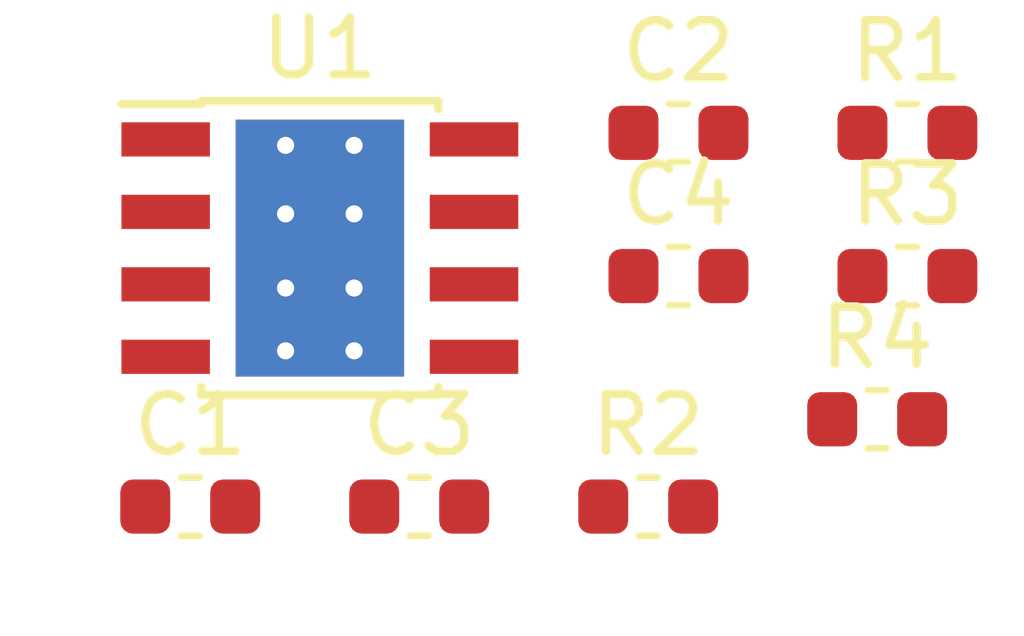
<source format=kicad_pcb>
(kicad_pcb (version 20171130) (host pcbnew "(5.1.0)-1")

  (general
    (thickness 1.6)
    (drawings 0)
    (tracks 0)
    (zones 0)
    (modules 9)
    (nets 11)
  )

  (page A4)
  (layers
    (0 F.Cu signal)
    (31 B.Cu signal)
    (32 B.Adhes user)
    (33 F.Adhes user)
    (34 B.Paste user)
    (35 F.Paste user)
    (36 B.SilkS user)
    (37 F.SilkS user)
    (38 B.Mask user)
    (39 F.Mask user)
    (40 Dwgs.User user)
    (41 Cmts.User user)
    (42 Eco1.User user)
    (43 Eco2.User user)
    (44 Edge.Cuts user)
    (45 Margin user)
    (46 B.CrtYd user)
    (47 F.CrtYd user)
    (48 B.Fab user)
    (49 F.Fab user)
  )

  (setup
    (last_trace_width 0.25)
    (trace_clearance 0.2)
    (zone_clearance 0.508)
    (zone_45_only no)
    (trace_min 0.2)
    (via_size 0.8)
    (via_drill 0.4)
    (via_min_size 0.4)
    (via_min_drill 0.3)
    (uvia_size 0.3)
    (uvia_drill 0.1)
    (uvias_allowed no)
    (uvia_min_size 0.2)
    (uvia_min_drill 0.1)
    (edge_width 0.1)
    (segment_width 0.2)
    (pcb_text_width 0.3)
    (pcb_text_size 1.5 1.5)
    (mod_edge_width 0.15)
    (mod_text_size 1 1)
    (mod_text_width 0.15)
    (pad_size 1.524 1.524)
    (pad_drill 0.762)
    (pad_to_mask_clearance 0)
    (aux_axis_origin 0 0)
    (visible_elements FFFFFF7F)
    (pcbplotparams
      (layerselection 0x010fc_ffffffff)
      (usegerberextensions false)
      (usegerberattributes false)
      (usegerberadvancedattributes false)
      (creategerberjobfile false)
      (excludeedgelayer true)
      (linewidth 0.100000)
      (plotframeref false)
      (viasonmask false)
      (mode 1)
      (useauxorigin false)
      (hpglpennumber 1)
      (hpglpenspeed 20)
      (hpglpendiameter 15.000000)
      (psnegative false)
      (psa4output false)
      (plotreference true)
      (plotvalue true)
      (plotinvisibletext false)
      (padsonsilk false)
      (subtractmaskfromsilk false)
      (outputformat 1)
      (mirror false)
      (drillshape 1)
      (scaleselection 1)
      (outputdirectory ""))
  )

  (net 0 "")
  (net 1 "Net-(C1-Pad1)")
  (net 2 /INPUT_COM)
  (net 3 VSS)
  (net 4 VDD)
  (net 5 "Net-(C4-Pad2)")
  (net 6 /OUTPUT)
  (net 7 /INPUT)
  (net 8 "Net-(R3-Pad1)")
  (net 9 GND)
  (net 10 "Net-(U1-Pad5)")

  (net_class Default "This is the default net class."
    (clearance 0.2)
    (trace_width 0.25)
    (via_dia 0.8)
    (via_drill 0.4)
    (uvia_dia 0.3)
    (uvia_drill 0.1)
    (add_net /INPUT)
    (add_net /INPUT_COM)
    (add_net /OUTPUT)
    (add_net GND)
    (add_net "Net-(C1-Pad1)")
    (add_net "Net-(C4-Pad2)")
    (add_net "Net-(R3-Pad1)")
    (add_net "Net-(U1-Pad5)")
    (add_net VDD)
    (add_net VSS)
  )

  (module Capacitor_SMD:C_0603_1608Metric (layer F.Cu) (tedit 5B301BBE) (tstamp 5C9CDBC9)
    (at -232.174999 -90.484999)
    (descr "Capacitor SMD 0603 (1608 Metric), square (rectangular) end terminal, IPC_7351 nominal, (Body size source: http://www.tortai-tech.com/upload/download/2011102023233369053.pdf), generated with kicad-footprint-generator")
    (tags capacitor)
    (path /5C96A628)
    (attr smd)
    (fp_text reference C1 (at 0 -1.43) (layer F.SilkS)
      (effects (font (size 1 1) (thickness 0.15)))
    )
    (fp_text value 0.27uF (at 0 1.43) (layer F.Fab)
      (effects (font (size 1 1) (thickness 0.15)))
    )
    (fp_line (start -0.8 0.4) (end -0.8 -0.4) (layer F.Fab) (width 0.1))
    (fp_line (start -0.8 -0.4) (end 0.8 -0.4) (layer F.Fab) (width 0.1))
    (fp_line (start 0.8 -0.4) (end 0.8 0.4) (layer F.Fab) (width 0.1))
    (fp_line (start 0.8 0.4) (end -0.8 0.4) (layer F.Fab) (width 0.1))
    (fp_line (start -0.162779 -0.51) (end 0.162779 -0.51) (layer F.SilkS) (width 0.12))
    (fp_line (start -0.162779 0.51) (end 0.162779 0.51) (layer F.SilkS) (width 0.12))
    (fp_line (start -1.48 0.73) (end -1.48 -0.73) (layer F.CrtYd) (width 0.05))
    (fp_line (start -1.48 -0.73) (end 1.48 -0.73) (layer F.CrtYd) (width 0.05))
    (fp_line (start 1.48 -0.73) (end 1.48 0.73) (layer F.CrtYd) (width 0.05))
    (fp_line (start 1.48 0.73) (end -1.48 0.73) (layer F.CrtYd) (width 0.05))
    (fp_text user %R (at 0 0) (layer F.Fab)
      (effects (font (size 0.4 0.4) (thickness 0.06)))
    )
    (pad 1 smd roundrect (at -0.7875 0) (size 0.875 0.95) (layers F.Cu F.Paste F.Mask) (roundrect_rratio 0.25)
      (net 1 "Net-(C1-Pad1)"))
    (pad 2 smd roundrect (at 0.7875 0) (size 0.875 0.95) (layers F.Cu F.Paste F.Mask) (roundrect_rratio 0.25)
      (net 2 /INPUT_COM))
    (model ${KISYS3DMOD}/Capacitor_SMD.3dshapes/C_0603_1608Metric.wrl
      (at (xyz 0 0 0))
      (scale (xyz 1 1 1))
      (rotate (xyz 0 0 0))
    )
  )

  (module Capacitor_SMD:C_0603_1608Metric (layer F.Cu) (tedit 5B301BBE) (tstamp 5C9CDBDA)
    (at -223.624999 -97.034999)
    (descr "Capacitor SMD 0603 (1608 Metric), square (rectangular) end terminal, IPC_7351 nominal, (Body size source: http://www.tortai-tech.com/upload/download/2011102023233369053.pdf), generated with kicad-footprint-generator")
    (tags capacitor)
    (path /5C97026D)
    (attr smd)
    (fp_text reference C2 (at 0 -1.43) (layer F.SilkS)
      (effects (font (size 1 1) (thickness 0.15)))
    )
    (fp_text value 0.1uF (at 0 1.43) (layer F.Fab)
      (effects (font (size 1 1) (thickness 0.15)))
    )
    (fp_text user %R (at 0 0) (layer F.Fab)
      (effects (font (size 0.4 0.4) (thickness 0.06)))
    )
    (fp_line (start 1.48 0.73) (end -1.48 0.73) (layer F.CrtYd) (width 0.05))
    (fp_line (start 1.48 -0.73) (end 1.48 0.73) (layer F.CrtYd) (width 0.05))
    (fp_line (start -1.48 -0.73) (end 1.48 -0.73) (layer F.CrtYd) (width 0.05))
    (fp_line (start -1.48 0.73) (end -1.48 -0.73) (layer F.CrtYd) (width 0.05))
    (fp_line (start -0.162779 0.51) (end 0.162779 0.51) (layer F.SilkS) (width 0.12))
    (fp_line (start -0.162779 -0.51) (end 0.162779 -0.51) (layer F.SilkS) (width 0.12))
    (fp_line (start 0.8 0.4) (end -0.8 0.4) (layer F.Fab) (width 0.1))
    (fp_line (start 0.8 -0.4) (end 0.8 0.4) (layer F.Fab) (width 0.1))
    (fp_line (start -0.8 -0.4) (end 0.8 -0.4) (layer F.Fab) (width 0.1))
    (fp_line (start -0.8 0.4) (end -0.8 -0.4) (layer F.Fab) (width 0.1))
    (pad 2 smd roundrect (at 0.7875 0) (size 0.875 0.95) (layers F.Cu F.Paste F.Mask) (roundrect_rratio 0.25)
      (net 3 VSS))
    (pad 1 smd roundrect (at -0.7875 0) (size 0.875 0.95) (layers F.Cu F.Paste F.Mask) (roundrect_rratio 0.25)
      (net 2 /INPUT_COM))
    (model ${KISYS3DMOD}/Capacitor_SMD.3dshapes/C_0603_1608Metric.wrl
      (at (xyz 0 0 0))
      (scale (xyz 1 1 1))
      (rotate (xyz 0 0 0))
    )
  )

  (module Capacitor_SMD:C_0603_1608Metric (layer F.Cu) (tedit 5B301BBE) (tstamp 5C9CDBEB)
    (at -228.164999 -90.484999)
    (descr "Capacitor SMD 0603 (1608 Metric), square (rectangular) end terminal, IPC_7351 nominal, (Body size source: http://www.tortai-tech.com/upload/download/2011102023233369053.pdf), generated with kicad-footprint-generator")
    (tags capacitor)
    (path /5C96FD85)
    (attr smd)
    (fp_text reference C3 (at 0 -1.43) (layer F.SilkS)
      (effects (font (size 1 1) (thickness 0.15)))
    )
    (fp_text value 0.1uF (at 0 1.43) (layer F.Fab)
      (effects (font (size 1 1) (thickness 0.15)))
    )
    (fp_line (start -0.8 0.4) (end -0.8 -0.4) (layer F.Fab) (width 0.1))
    (fp_line (start -0.8 -0.4) (end 0.8 -0.4) (layer F.Fab) (width 0.1))
    (fp_line (start 0.8 -0.4) (end 0.8 0.4) (layer F.Fab) (width 0.1))
    (fp_line (start 0.8 0.4) (end -0.8 0.4) (layer F.Fab) (width 0.1))
    (fp_line (start -0.162779 -0.51) (end 0.162779 -0.51) (layer F.SilkS) (width 0.12))
    (fp_line (start -0.162779 0.51) (end 0.162779 0.51) (layer F.SilkS) (width 0.12))
    (fp_line (start -1.48 0.73) (end -1.48 -0.73) (layer F.CrtYd) (width 0.05))
    (fp_line (start -1.48 -0.73) (end 1.48 -0.73) (layer F.CrtYd) (width 0.05))
    (fp_line (start 1.48 -0.73) (end 1.48 0.73) (layer F.CrtYd) (width 0.05))
    (fp_line (start 1.48 0.73) (end -1.48 0.73) (layer F.CrtYd) (width 0.05))
    (fp_text user %R (at 0 0) (layer F.Fab)
      (effects (font (size 0.4 0.4) (thickness 0.06)))
    )
    (pad 1 smd roundrect (at -0.7875 0) (size 0.875 0.95) (layers F.Cu F.Paste F.Mask) (roundrect_rratio 0.25)
      (net 2 /INPUT_COM))
    (pad 2 smd roundrect (at 0.7875 0) (size 0.875 0.95) (layers F.Cu F.Paste F.Mask) (roundrect_rratio 0.25)
      (net 4 VDD))
    (model ${KISYS3DMOD}/Capacitor_SMD.3dshapes/C_0603_1608Metric.wrl
      (at (xyz 0 0 0))
      (scale (xyz 1 1 1))
      (rotate (xyz 0 0 0))
    )
  )

  (module Capacitor_SMD:C_0603_1608Metric (layer F.Cu) (tedit 5B301BBE) (tstamp 5C9CDBFC)
    (at -223.624999 -94.524999)
    (descr "Capacitor SMD 0603 (1608 Metric), square (rectangular) end terminal, IPC_7351 nominal, (Body size source: http://www.tortai-tech.com/upload/download/2011102023233369053.pdf), generated with kicad-footprint-generator")
    (tags capacitor)
    (path /5C96AF27)
    (attr smd)
    (fp_text reference C4 (at 0 -1.43) (layer F.SilkS)
      (effects (font (size 1 1) (thickness 0.15)))
    )
    (fp_text value 1.3nF (at 0 1.43) (layer F.Fab)
      (effects (font (size 1 1) (thickness 0.15)))
    )
    (fp_text user %R (at 0 0) (layer F.Fab)
      (effects (font (size 0.4 0.4) (thickness 0.06)))
    )
    (fp_line (start 1.48 0.73) (end -1.48 0.73) (layer F.CrtYd) (width 0.05))
    (fp_line (start 1.48 -0.73) (end 1.48 0.73) (layer F.CrtYd) (width 0.05))
    (fp_line (start -1.48 -0.73) (end 1.48 -0.73) (layer F.CrtYd) (width 0.05))
    (fp_line (start -1.48 0.73) (end -1.48 -0.73) (layer F.CrtYd) (width 0.05))
    (fp_line (start -0.162779 0.51) (end 0.162779 0.51) (layer F.SilkS) (width 0.12))
    (fp_line (start -0.162779 -0.51) (end 0.162779 -0.51) (layer F.SilkS) (width 0.12))
    (fp_line (start 0.8 0.4) (end -0.8 0.4) (layer F.Fab) (width 0.1))
    (fp_line (start 0.8 -0.4) (end 0.8 0.4) (layer F.Fab) (width 0.1))
    (fp_line (start -0.8 -0.4) (end 0.8 -0.4) (layer F.Fab) (width 0.1))
    (fp_line (start -0.8 0.4) (end -0.8 -0.4) (layer F.Fab) (width 0.1))
    (pad 2 smd roundrect (at 0.7875 0) (size 0.875 0.95) (layers F.Cu F.Paste F.Mask) (roundrect_rratio 0.25)
      (net 5 "Net-(C4-Pad2)"))
    (pad 1 smd roundrect (at -0.7875 0) (size 0.875 0.95) (layers F.Cu F.Paste F.Mask) (roundrect_rratio 0.25)
      (net 6 /OUTPUT))
    (model ${KISYS3DMOD}/Capacitor_SMD.3dshapes/C_0603_1608Metric.wrl
      (at (xyz 0 0 0))
      (scale (xyz 1 1 1))
      (rotate (xyz 0 0 0))
    )
  )

  (module Resistor_SMD:R_0603_1608Metric (layer F.Cu) (tedit 5B301BBD) (tstamp 5C9CDC0D)
    (at -219.614999 -97.034999)
    (descr "Resistor SMD 0603 (1608 Metric), square (rectangular) end terminal, IPC_7351 nominal, (Body size source: http://www.tortai-tech.com/upload/download/2011102023233369053.pdf), generated with kicad-footprint-generator")
    (tags resistor)
    (path /5C968DBB)
    (attr smd)
    (fp_text reference R1 (at 0 -1.43) (layer F.SilkS)
      (effects (font (size 1 1) (thickness 0.15)))
    )
    (fp_text value 49R9 (at 0 1.43) (layer F.Fab)
      (effects (font (size 1 1) (thickness 0.15)))
    )
    (fp_line (start -0.8 0.4) (end -0.8 -0.4) (layer F.Fab) (width 0.1))
    (fp_line (start -0.8 -0.4) (end 0.8 -0.4) (layer F.Fab) (width 0.1))
    (fp_line (start 0.8 -0.4) (end 0.8 0.4) (layer F.Fab) (width 0.1))
    (fp_line (start 0.8 0.4) (end -0.8 0.4) (layer F.Fab) (width 0.1))
    (fp_line (start -0.162779 -0.51) (end 0.162779 -0.51) (layer F.SilkS) (width 0.12))
    (fp_line (start -0.162779 0.51) (end 0.162779 0.51) (layer F.SilkS) (width 0.12))
    (fp_line (start -1.48 0.73) (end -1.48 -0.73) (layer F.CrtYd) (width 0.05))
    (fp_line (start -1.48 -0.73) (end 1.48 -0.73) (layer F.CrtYd) (width 0.05))
    (fp_line (start 1.48 -0.73) (end 1.48 0.73) (layer F.CrtYd) (width 0.05))
    (fp_line (start 1.48 0.73) (end -1.48 0.73) (layer F.CrtYd) (width 0.05))
    (fp_text user %R (at 0 0) (layer F.Fab)
      (effects (font (size 0.4 0.4) (thickness 0.06)))
    )
    (pad 1 smd roundrect (at -0.7875 0) (size 0.875 0.95) (layers F.Cu F.Paste F.Mask) (roundrect_rratio 0.25)
      (net 1 "Net-(C1-Pad1)"))
    (pad 2 smd roundrect (at 0.7875 0) (size 0.875 0.95) (layers F.Cu F.Paste F.Mask) (roundrect_rratio 0.25)
      (net 7 /INPUT))
    (model ${KISYS3DMOD}/Resistor_SMD.3dshapes/R_0603_1608Metric.wrl
      (at (xyz 0 0 0))
      (scale (xyz 1 1 1))
      (rotate (xyz 0 0 0))
    )
  )

  (module Resistor_SMD:R_0603_1608Metric (layer F.Cu) (tedit 5B301BBD) (tstamp 5C9CDC1E)
    (at -224.154999 -90.484999)
    (descr "Resistor SMD 0603 (1608 Metric), square (rectangular) end terminal, IPC_7351 nominal, (Body size source: http://www.tortai-tech.com/upload/download/2011102023233369053.pdf), generated with kicad-footprint-generator")
    (tags resistor)
    (path /5C969C02)
    (attr smd)
    (fp_text reference R2 (at 0 -1.43) (layer F.SilkS)
      (effects (font (size 1 1) (thickness 0.15)))
    )
    (fp_text value 1.65k (at 0 1.43) (layer F.Fab)
      (effects (font (size 1 1) (thickness 0.15)))
    )
    (fp_text user %R (at 0 0) (layer F.Fab)
      (effects (font (size 0.4 0.4) (thickness 0.06)))
    )
    (fp_line (start 1.48 0.73) (end -1.48 0.73) (layer F.CrtYd) (width 0.05))
    (fp_line (start 1.48 -0.73) (end 1.48 0.73) (layer F.CrtYd) (width 0.05))
    (fp_line (start -1.48 -0.73) (end 1.48 -0.73) (layer F.CrtYd) (width 0.05))
    (fp_line (start -1.48 0.73) (end -1.48 -0.73) (layer F.CrtYd) (width 0.05))
    (fp_line (start -0.162779 0.51) (end 0.162779 0.51) (layer F.SilkS) (width 0.12))
    (fp_line (start -0.162779 -0.51) (end 0.162779 -0.51) (layer F.SilkS) (width 0.12))
    (fp_line (start 0.8 0.4) (end -0.8 0.4) (layer F.Fab) (width 0.1))
    (fp_line (start 0.8 -0.4) (end 0.8 0.4) (layer F.Fab) (width 0.1))
    (fp_line (start -0.8 -0.4) (end 0.8 -0.4) (layer F.Fab) (width 0.1))
    (fp_line (start -0.8 0.4) (end -0.8 -0.4) (layer F.Fab) (width 0.1))
    (pad 2 smd roundrect (at 0.7875 0) (size 0.875 0.95) (layers F.Cu F.Paste F.Mask) (roundrect_rratio 0.25)
      (net 2 /INPUT_COM))
    (pad 1 smd roundrect (at -0.7875 0) (size 0.875 0.95) (layers F.Cu F.Paste F.Mask) (roundrect_rratio 0.25)
      (net 5 "Net-(C4-Pad2)"))
    (model ${KISYS3DMOD}/Resistor_SMD.3dshapes/R_0603_1608Metric.wrl
      (at (xyz 0 0 0))
      (scale (xyz 1 1 1))
      (rotate (xyz 0 0 0))
    )
  )

  (module Resistor_SMD:R_0603_1608Metric (layer F.Cu) (tedit 5B301BBD) (tstamp 5C9CDC2F)
    (at -219.614999 -94.524999)
    (descr "Resistor SMD 0603 (1608 Metric), square (rectangular) end terminal, IPC_7351 nominal, (Body size source: http://www.tortai-tech.com/upload/download/2011102023233369053.pdf), generated with kicad-footprint-generator")
    (tags resistor)
    (path /5C9706CF)
    (attr smd)
    (fp_text reference R3 (at 0 -1.43) (layer F.SilkS)
      (effects (font (size 1 1) (thickness 0.15)))
    )
    (fp_text value 1M (at 0 1.43) (layer F.Fab)
      (effects (font (size 1 1) (thickness 0.15)))
    )
    (fp_text user %R (at 0 0) (layer F.Fab)
      (effects (font (size 0.4 0.4) (thickness 0.06)))
    )
    (fp_line (start 1.48 0.73) (end -1.48 0.73) (layer F.CrtYd) (width 0.05))
    (fp_line (start 1.48 -0.73) (end 1.48 0.73) (layer F.CrtYd) (width 0.05))
    (fp_line (start -1.48 -0.73) (end 1.48 -0.73) (layer F.CrtYd) (width 0.05))
    (fp_line (start -1.48 0.73) (end -1.48 -0.73) (layer F.CrtYd) (width 0.05))
    (fp_line (start -0.162779 0.51) (end 0.162779 0.51) (layer F.SilkS) (width 0.12))
    (fp_line (start -0.162779 -0.51) (end 0.162779 -0.51) (layer F.SilkS) (width 0.12))
    (fp_line (start 0.8 0.4) (end -0.8 0.4) (layer F.Fab) (width 0.1))
    (fp_line (start 0.8 -0.4) (end 0.8 0.4) (layer F.Fab) (width 0.1))
    (fp_line (start -0.8 -0.4) (end 0.8 -0.4) (layer F.Fab) (width 0.1))
    (fp_line (start -0.8 0.4) (end -0.8 -0.4) (layer F.Fab) (width 0.1))
    (pad 2 smd roundrect (at 0.7875 0) (size 0.875 0.95) (layers F.Cu F.Paste F.Mask) (roundrect_rratio 0.25)
      (net 4 VDD))
    (pad 1 smd roundrect (at -0.7875 0) (size 0.875 0.95) (layers F.Cu F.Paste F.Mask) (roundrect_rratio 0.25)
      (net 8 "Net-(R3-Pad1)"))
    (model ${KISYS3DMOD}/Resistor_SMD.3dshapes/R_0603_1608Metric.wrl
      (at (xyz 0 0 0))
      (scale (xyz 1 1 1))
      (rotate (xyz 0 0 0))
    )
  )

  (module Resistor_SMD:R_0603_1608Metric (layer F.Cu) (tedit 5B301BBD) (tstamp 5C9CDC40)
    (at -220.144999 -92.014999)
    (descr "Resistor SMD 0603 (1608 Metric), square (rectangular) end terminal, IPC_7351 nominal, (Body size source: http://www.tortai-tech.com/upload/download/2011102023233369053.pdf), generated with kicad-footprint-generator")
    (tags resistor)
    (path /5C96A29C)
    (attr smd)
    (fp_text reference R4 (at 0 -1.43) (layer F.SilkS)
      (effects (font (size 1 1) (thickness 0.15)))
    )
    (fp_text value 4.99k (at 0 1.43) (layer F.Fab)
      (effects (font (size 1 1) (thickness 0.15)))
    )
    (fp_line (start -0.8 0.4) (end -0.8 -0.4) (layer F.Fab) (width 0.1))
    (fp_line (start -0.8 -0.4) (end 0.8 -0.4) (layer F.Fab) (width 0.1))
    (fp_line (start 0.8 -0.4) (end 0.8 0.4) (layer F.Fab) (width 0.1))
    (fp_line (start 0.8 0.4) (end -0.8 0.4) (layer F.Fab) (width 0.1))
    (fp_line (start -0.162779 -0.51) (end 0.162779 -0.51) (layer F.SilkS) (width 0.12))
    (fp_line (start -0.162779 0.51) (end 0.162779 0.51) (layer F.SilkS) (width 0.12))
    (fp_line (start -1.48 0.73) (end -1.48 -0.73) (layer F.CrtYd) (width 0.05))
    (fp_line (start -1.48 -0.73) (end 1.48 -0.73) (layer F.CrtYd) (width 0.05))
    (fp_line (start 1.48 -0.73) (end 1.48 0.73) (layer F.CrtYd) (width 0.05))
    (fp_line (start 1.48 0.73) (end -1.48 0.73) (layer F.CrtYd) (width 0.05))
    (fp_text user %R (at 0 0) (layer F.Fab)
      (effects (font (size 0.4 0.4) (thickness 0.06)))
    )
    (pad 1 smd roundrect (at -0.7875 0) (size 0.875 0.95) (layers F.Cu F.Paste F.Mask) (roundrect_rratio 0.25)
      (net 5 "Net-(C4-Pad2)"))
    (pad 2 smd roundrect (at 0.7875 0) (size 0.875 0.95) (layers F.Cu F.Paste F.Mask) (roundrect_rratio 0.25)
      (net 6 /OUTPUT))
    (model ${KISYS3DMOD}/Resistor_SMD.3dshapes/R_0603_1608Metric.wrl
      (at (xyz 0 0 0))
      (scale (xyz 1 1 1))
      (rotate (xyz 0 0 0))
    )
  )

  (module ARTIQAmp:TI_SO-PowerPAD-8_ThermalVias (layer F.Cu) (tedit 5A02F2D3) (tstamp 5C9CDC68)
    (at -229.904999 -95.014999)
    (descr "8-pin HTSOP package with 1.27mm pin pitch, compatible with SOIC-8, 3.9x4.9mm² body, exposed pad, thermal vias with large copper area, as proposed in http://www.ti.com/lit/ds/symlink/tps5430.pdf")
    (tags "HTSOP 1.27")
    (path /5C96D358)
    (attr smd)
    (fp_text reference U1 (at 0 -3.5) (layer F.SilkS)
      (effects (font (size 1 1) (thickness 0.15)))
    )
    (fp_text value OPA454AIDDAR (at 0 3.5) (layer F.Fab)
      (effects (font (size 1 1) (thickness 0.15)))
    )
    (fp_text user %R (at 0 0) (layer F.Fab)
      (effects (font (size 0.9 0.9) (thickness 0.135)))
    )
    (fp_line (start -0.95 -2.45) (end 1.95 -2.45) (layer F.Fab) (width 0.15))
    (fp_line (start 1.95 -2.45) (end 1.95 2.45) (layer F.Fab) (width 0.15))
    (fp_line (start 1.95 2.45) (end -1.95 2.45) (layer F.Fab) (width 0.15))
    (fp_line (start -1.95 2.45) (end -1.95 -1.45) (layer F.Fab) (width 0.15))
    (fp_line (start -1.95 -1.45) (end -0.95 -2.45) (layer F.Fab) (width 0.15))
    (fp_line (start -3.75 -2.75) (end -3.75 2.75) (layer F.CrtYd) (width 0.05))
    (fp_line (start 3.75 -2.75) (end 3.75 2.75) (layer F.CrtYd) (width 0.05))
    (fp_line (start -3.75 -2.75) (end 3.75 -2.75) (layer F.CrtYd) (width 0.05))
    (fp_line (start -3.75 2.75) (end 3.75 2.75) (layer F.CrtYd) (width 0.05))
    (fp_line (start -2.075 -2.575) (end -2.075 -2.525) (layer F.SilkS) (width 0.15))
    (fp_line (start 2.075 -2.575) (end 2.075 -2.43) (layer F.SilkS) (width 0.15))
    (fp_line (start 2.075 2.575) (end 2.075 2.43) (layer F.SilkS) (width 0.15))
    (fp_line (start -2.075 2.575) (end -2.075 2.43) (layer F.SilkS) (width 0.15))
    (fp_line (start -2.075 -2.575) (end 2.075 -2.575) (layer F.SilkS) (width 0.15))
    (fp_line (start -2.075 2.575) (end 2.075 2.575) (layer F.SilkS) (width 0.15))
    (fp_line (start -2.075 -2.525) (end -3.475 -2.525) (layer F.SilkS) (width 0.15))
    (pad 9 smd rect (at 0 0) (size 2.6 3.1) (layers F.Cu F.Paste F.Mask)
      (net 3 VSS))
    (pad 9 smd rect (at 0 0) (size 2.95 4.5) (layers F.Cu)
      (net 3 VSS))
    (pad 1 smd rect (at -2.7 -1.905) (size 1.55 0.6) (layers F.Cu F.Paste F.Mask)
      (net 9 GND))
    (pad 2 smd rect (at -2.7 -0.635) (size 1.55 0.6) (layers F.Cu F.Paste F.Mask)
      (net 5 "Net-(C4-Pad2)"))
    (pad 3 smd rect (at -2.7 0.635) (size 1.55 0.6) (layers F.Cu F.Paste F.Mask)
      (net 1 "Net-(C1-Pad1)"))
    (pad 4 smd rect (at -2.7 1.905) (size 1.55 0.6) (layers F.Cu F.Paste F.Mask)
      (net 3 VSS))
    (pad 5 smd rect (at 2.7 1.905) (size 1.55 0.6) (layers F.Cu F.Paste F.Mask)
      (net 10 "Net-(U1-Pad5)"))
    (pad 6 smd rect (at 2.7 0.635) (size 1.55 0.6) (layers F.Cu F.Paste F.Mask)
      (net 6 /OUTPUT))
    (pad 7 smd rect (at 2.7 -0.635) (size 1.55 0.6) (layers F.Cu F.Paste F.Mask)
      (net 4 VDD))
    (pad 8 smd rect (at 2.7 -1.905) (size 1.55 0.6) (layers F.Cu F.Paste F.Mask)
      (net 8 "Net-(R3-Pad1)"))
    (pad 9 smd rect (at 0 0) (size 2.95 4.5) (layers B.Cu)
      (net 3 VSS))
    (pad 9 thru_hole circle (at -0.6 -1.8) (size 0.6 0.6) (drill 0.3) (layers *.Cu)
      (net 3 VSS))
    (pad 9 thru_hole circle (at -0.6 -0.6) (size 0.6 0.6) (drill 0.3) (layers *.Cu)
      (net 3 VSS))
    (pad 9 thru_hole circle (at 0.6 -0.6) (size 0.6 0.6) (drill 0.3) (layers *.Cu)
      (net 3 VSS))
    (pad 9 thru_hole circle (at 0.6 -1.8) (size 0.6 0.6) (drill 0.3) (layers *.Cu)
      (net 3 VSS))
    (pad 9 thru_hole circle (at -0.6 1.8) (size 0.6 0.6) (drill 0.3) (layers *.Cu)
      (net 3 VSS))
    (pad 9 thru_hole circle (at -0.6 0.7) (size 0.6 0.6) (drill 0.3) (layers *.Cu)
      (net 3 VSS))
    (pad 9 thru_hole circle (at 0.6 0.7) (size 0.6 0.6) (drill 0.3) (layers *.Cu)
      (net 3 VSS))
    (pad 9 thru_hole circle (at 0.6 1.8) (size 0.6 0.6) (drill 0.3) (layers *.Cu)
      (net 3 VSS))
    (model ${KISYS3DMOD}/Package_SO.3dshapes/HTSOP-8-1EP_3.9x4.9mm_Pitch1.27mm.wrl
      (at (xyz 0 0 0))
      (scale (xyz 1 1 1))
      (rotate (xyz 0 0 0))
    )
  )

)

</source>
